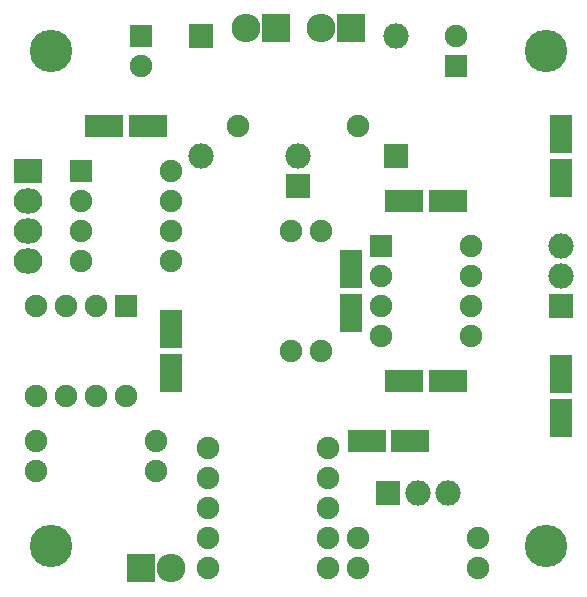
<source format=gbr>
G04 #@! TF.FileFunction,Soldermask,Top*
%FSLAX46Y46*%
G04 Gerber Fmt 4.6, Leading zero omitted, Abs format (unit mm)*
G04 Created by KiCad (PCBNEW 4.0.5+dfsg1-4~bpo8+1) date Thu Apr 20 00:22:00 2017*
%MOMM*%
%LPD*%
G01*
G04 APERTURE LIST*
%ADD10C,0.100000*%
%ADD11C,3.600000*%
%ADD12R,3.295600X1.898600*%
%ADD13R,1.898600X3.295600*%
%ADD14R,1.898600X1.898600*%
%ADD15O,1.898600X1.898600*%
%ADD16R,2.152600X2.152600*%
%ADD17O,2.152600X2.152600*%
%ADD18R,2.432000X2.432000*%
%ADD19O,2.432000X2.432000*%
%ADD20R,2.432000X2.127200*%
%ADD21O,2.432000X2.127200*%
G04 APERTURE END LIST*
D10*
D11*
X143510000Y-77470000D03*
X101600000Y-77470000D03*
X143510000Y-35560000D03*
X101600000Y-35560000D03*
D12*
X109791500Y-41910000D03*
X106108500Y-41910000D03*
D13*
X144780000Y-62928500D03*
X144780000Y-66611500D03*
X144780000Y-46291500D03*
X144780000Y-42608500D03*
D14*
X135890000Y-36830000D03*
D15*
X135890000Y-34290000D03*
D14*
X109220000Y-34290000D03*
D15*
X109220000Y-36830000D03*
D13*
X111760000Y-59118500D03*
X111760000Y-62801500D03*
D12*
X135191500Y-48260000D03*
X131508500Y-48260000D03*
X135191500Y-63500000D03*
X131508500Y-63500000D03*
D13*
X127000000Y-57721500D03*
X127000000Y-54038500D03*
D12*
X132016500Y-68580000D03*
X128333500Y-68580000D03*
D16*
X130810000Y-44450000D03*
D17*
X130810000Y-34290000D03*
D16*
X114300000Y-34290000D03*
D17*
X114300000Y-44450000D03*
D16*
X122555000Y-46990000D03*
D17*
X122555000Y-44450000D03*
D14*
X104140000Y-45720000D03*
D15*
X104140000Y-48260000D03*
X104140000Y-50800000D03*
X104140000Y-53340000D03*
X111760000Y-53340000D03*
X111760000Y-50800000D03*
X111760000Y-45720000D03*
X111760000Y-48260000D03*
D18*
X127000000Y-33655000D03*
D19*
X124460000Y-33655000D03*
D18*
X120650000Y-33655000D03*
D19*
X118110000Y-33655000D03*
D18*
X109220000Y-79375000D03*
D19*
X111760000Y-79375000D03*
D20*
X99695000Y-45720000D03*
D21*
X99695000Y-48260000D03*
X99695000Y-50800000D03*
X99695000Y-53340000D03*
D16*
X130175000Y-73025000D03*
D17*
X132715000Y-73025000D03*
X135255000Y-73025000D03*
D15*
X100330000Y-68580000D03*
X110490000Y-68580000D03*
X110490000Y-71120000D03*
X100330000Y-71120000D03*
X114935000Y-69215000D03*
X125095000Y-69215000D03*
X124460000Y-60960000D03*
X124460000Y-50800000D03*
X125095000Y-74295000D03*
X114935000Y-74295000D03*
X125095000Y-71755000D03*
X114935000Y-71755000D03*
X121920000Y-60960000D03*
X121920000Y-50800000D03*
X137795000Y-76835000D03*
X127635000Y-76835000D03*
X125095000Y-76835000D03*
X114935000Y-76835000D03*
X137795000Y-79375000D03*
X127635000Y-79375000D03*
X125095000Y-79375000D03*
X114935000Y-79375000D03*
X117475000Y-41910000D03*
X127635000Y-41910000D03*
D16*
X144780000Y-57150000D03*
D17*
X144780000Y-54610000D03*
X144780000Y-52070000D03*
D14*
X107950000Y-57150000D03*
D15*
X105410000Y-57150000D03*
X102870000Y-57150000D03*
X100330000Y-57150000D03*
X100330000Y-64770000D03*
X102870000Y-64770000D03*
X107950000Y-64770000D03*
X105410000Y-64770000D03*
D14*
X129540000Y-52070000D03*
D15*
X129540000Y-54610000D03*
X129540000Y-57150000D03*
X129540000Y-59690000D03*
X137160000Y-59690000D03*
X137160000Y-57150000D03*
X137160000Y-52070000D03*
X137160000Y-54610000D03*
M02*

</source>
